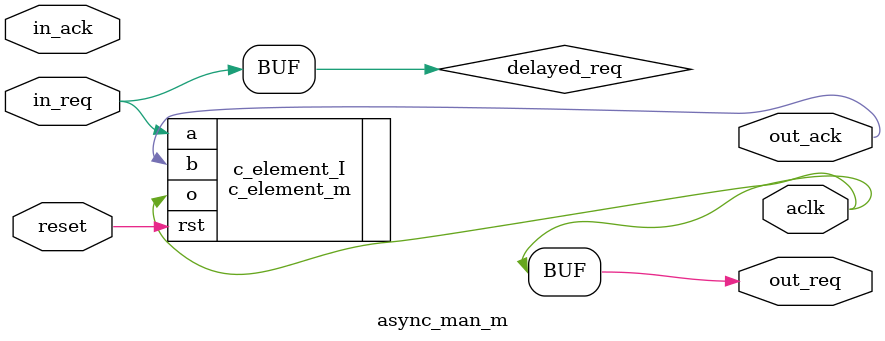
<source format=sv>
/*
* Basic asynchronous control module
*/

module async_man_m
  #(parameter DELAY=10)(
  input wire in_req,
  input wire in_ack,
  input logic reset,
  output logic out_req,
  output logic out_ack,
  output logic aclk //Register control signal
);


//Some outputs are connected
assign out_req = aclk;

//NOT gate
not(in_ack,aclk);

//Basic delay module implementation
logic delayed_req;
always @(*) begin
  #(DELAY);
  delayed_req <= in_req;
end

//C element instantiation
c_element_m c_element_I(
  .a(delayed_req),
  .b(out_ack),
  .rst(reset),
  .o(aclk)
);


endmodule

</source>
